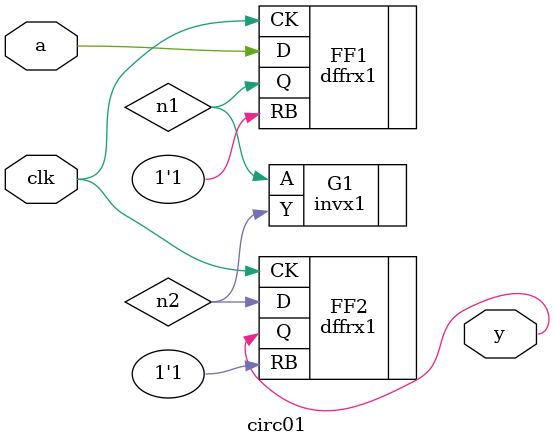
<source format=v>

/*
* Copyright 2019 Tomas Brabec
* 
* Licensed under the Apache License, Version 2.0 (the "License");
* you may not use this file except in compliance with the License.
* You may obtain a copy of the License at
* 
*     http://www.apache.org/licenses/LICENSE-2.0
*     
* Unless required by applicable law or agreed to in writing, software
* distributed under the License is distributed on an "AS IS" BASIS,
* WITHOUT WARRANTIES OR CONDITIONS OF ANY KIND, either express or implied.
* See the License for the specific language governing permissions and
* limitations under the License.
*/

module circ01(clk,a,y);
input clk;
input a;
output y;
wire n1,n2;
dffrx1 FF1(.CK(clk),.D(a),.RB(1'b1),.Q(n1));
invx1 G1(.A(n1),.Y(n2));
dffrx1 FF2(.CK(clk),.D(n2),.RB(1'b1),.Q(y));
endmodule

</source>
